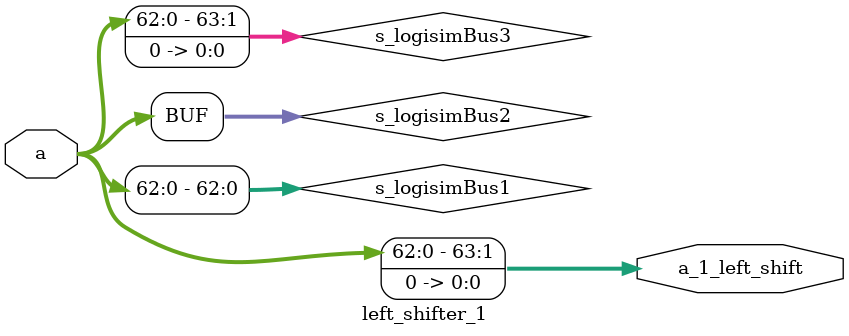
<source format=v>
/******************************************************************************
 ** Logisim-evolution goes FPGA automatic generated Verilog code             **
 ** https://github.com/logisim-evolution/                                    **
 **                                                                          **
 ** Component : left_shifter_1                                               **
 **                                                                          **
 *****************************************************************************/

module left_shifter_1( a,
                       a_1_left_shift );

   /*******************************************************************************
   ** The inputs are defined here                                                **
   *******************************************************************************/
   input [63:0] a;

   /*******************************************************************************
   ** The outputs are defined here                                               **
   *******************************************************************************/
   output [63:0] a_1_left_shift;

   /*******************************************************************************
   ** The wires are defined here                                                 **
   *******************************************************************************/
   wire [62:0] s_logisimBus1;
   wire [63:0] s_logisimBus2;
   wire [63:0] s_logisimBus3;
   wire        s_logisimNet0;

   /*******************************************************************************
   ** The module functionality is described here                                 **
   *******************************************************************************/

   /*******************************************************************************
   ** Here all wiring is defined                                                 **
   *******************************************************************************/
   assign s_logisimBus1[0]  = s_logisimBus2[0];
   assign s_logisimBus1[10] = s_logisimBus2[10];
   assign s_logisimBus1[11] = s_logisimBus2[11];
   assign s_logisimBus1[12] = s_logisimBus2[12];
   assign s_logisimBus1[13] = s_logisimBus2[13];
   assign s_logisimBus1[14] = s_logisimBus2[14];
   assign s_logisimBus1[15] = s_logisimBus2[15];
   assign s_logisimBus1[16] = s_logisimBus2[16];
   assign s_logisimBus1[17] = s_logisimBus2[17];
   assign s_logisimBus1[18] = s_logisimBus2[18];
   assign s_logisimBus1[19] = s_logisimBus2[19];
   assign s_logisimBus1[1]  = s_logisimBus2[1];
   assign s_logisimBus1[20] = s_logisimBus2[20];
   assign s_logisimBus1[21] = s_logisimBus2[21];
   assign s_logisimBus1[22] = s_logisimBus2[22];
   assign s_logisimBus1[23] = s_logisimBus2[23];
   assign s_logisimBus1[24] = s_logisimBus2[24];
   assign s_logisimBus1[25] = s_logisimBus2[25];
   assign s_logisimBus1[26] = s_logisimBus2[26];
   assign s_logisimBus1[27] = s_logisimBus2[27];
   assign s_logisimBus1[28] = s_logisimBus2[28];
   assign s_logisimBus1[29] = s_logisimBus2[29];
   assign s_logisimBus1[2]  = s_logisimBus2[2];
   assign s_logisimBus1[30] = s_logisimBus2[30];
   assign s_logisimBus1[31] = s_logisimBus2[31];
   assign s_logisimBus1[32] = s_logisimBus2[32];
   assign s_logisimBus1[33] = s_logisimBus2[33];
   assign s_logisimBus1[34] = s_logisimBus2[34];
   assign s_logisimBus1[35] = s_logisimBus2[35];
   assign s_logisimBus1[36] = s_logisimBus2[36];
   assign s_logisimBus1[37] = s_logisimBus2[37];
   assign s_logisimBus1[38] = s_logisimBus2[38];
   assign s_logisimBus1[39] = s_logisimBus2[39];
   assign s_logisimBus1[3]  = s_logisimBus2[3];
   assign s_logisimBus1[40] = s_logisimBus2[40];
   assign s_logisimBus1[41] = s_logisimBus2[41];
   assign s_logisimBus1[42] = s_logisimBus2[42];
   assign s_logisimBus1[43] = s_logisimBus2[43];
   assign s_logisimBus1[44] = s_logisimBus2[44];
   assign s_logisimBus1[45] = s_logisimBus2[45];
   assign s_logisimBus1[46] = s_logisimBus2[46];
   assign s_logisimBus1[47] = s_logisimBus2[47];
   assign s_logisimBus1[48] = s_logisimBus2[48];
   assign s_logisimBus1[49] = s_logisimBus2[49];
   assign s_logisimBus1[4]  = s_logisimBus2[4];
   assign s_logisimBus1[50] = s_logisimBus2[50];
   assign s_logisimBus1[51] = s_logisimBus2[51];
   assign s_logisimBus1[52] = s_logisimBus2[52];
   assign s_logisimBus1[53] = s_logisimBus2[53];
   assign s_logisimBus1[54] = s_logisimBus2[54];
   assign s_logisimBus1[55] = s_logisimBus2[55];
   assign s_logisimBus1[56] = s_logisimBus2[56];
   assign s_logisimBus1[57] = s_logisimBus2[57];
   assign s_logisimBus1[58] = s_logisimBus2[58];
   assign s_logisimBus1[59] = s_logisimBus2[59];
   assign s_logisimBus1[5]  = s_logisimBus2[5];
   assign s_logisimBus1[60] = s_logisimBus2[60];
   assign s_logisimBus1[61] = s_logisimBus2[61];
   assign s_logisimBus1[62] = s_logisimBus2[62];
   assign s_logisimBus1[6]  = s_logisimBus2[6];
   assign s_logisimBus1[7]  = s_logisimBus2[7];
   assign s_logisimBus1[8]  = s_logisimBus2[8];
   assign s_logisimBus1[9]  = s_logisimBus2[9];
   assign s_logisimBus3[10] = s_logisimBus1[9];
   assign s_logisimBus3[11] = s_logisimBus1[10];
   assign s_logisimBus3[12] = s_logisimBus1[11];
   assign s_logisimBus3[13] = s_logisimBus1[12];
   assign s_logisimBus3[14] = s_logisimBus1[13];
   assign s_logisimBus3[15] = s_logisimBus1[14];
   assign s_logisimBus3[16] = s_logisimBus1[15];
   assign s_logisimBus3[17] = s_logisimBus1[16];
   assign s_logisimBus3[18] = s_logisimBus1[17];
   assign s_logisimBus3[19] = s_logisimBus1[18];
   assign s_logisimBus3[1]  = s_logisimBus1[0];
   assign s_logisimBus3[20] = s_logisimBus1[19];
   assign s_logisimBus3[21] = s_logisimBus1[20];
   assign s_logisimBus3[22] = s_logisimBus1[21];
   assign s_logisimBus3[23] = s_logisimBus1[22];
   assign s_logisimBus3[24] = s_logisimBus1[23];
   assign s_logisimBus3[25] = s_logisimBus1[24];
   assign s_logisimBus3[26] = s_logisimBus1[25];
   assign s_logisimBus3[27] = s_logisimBus1[26];
   assign s_logisimBus3[28] = s_logisimBus1[27];
   assign s_logisimBus3[29] = s_logisimBus1[28];
   assign s_logisimBus3[2]  = s_logisimBus1[1];
   assign s_logisimBus3[30] = s_logisimBus1[29];
   assign s_logisimBus3[31] = s_logisimBus1[30];
   assign s_logisimBus3[32] = s_logisimBus1[31];
   assign s_logisimBus3[33] = s_logisimBus1[32];
   assign s_logisimBus3[34] = s_logisimBus1[33];
   assign s_logisimBus3[35] = s_logisimBus1[34];
   assign s_logisimBus3[36] = s_logisimBus1[35];
   assign s_logisimBus3[37] = s_logisimBus1[36];
   assign s_logisimBus3[38] = s_logisimBus1[37];
   assign s_logisimBus3[39] = s_logisimBus1[38];
   assign s_logisimBus3[3]  = s_logisimBus1[2];
   assign s_logisimBus3[40] = s_logisimBus1[39];
   assign s_logisimBus3[41] = s_logisimBus1[40];
   assign s_logisimBus3[42] = s_logisimBus1[41];
   assign s_logisimBus3[43] = s_logisimBus1[42];
   assign s_logisimBus3[44] = s_logisimBus1[43];
   assign s_logisimBus3[45] = s_logisimBus1[44];
   assign s_logisimBus3[46] = s_logisimBus1[45];
   assign s_logisimBus3[47] = s_logisimBus1[46];
   assign s_logisimBus3[48] = s_logisimBus1[47];
   assign s_logisimBus3[49] = s_logisimBus1[48];
   assign s_logisimBus3[4]  = s_logisimBus1[3];
   assign s_logisimBus3[50] = s_logisimBus1[49];
   assign s_logisimBus3[51] = s_logisimBus1[50];
   assign s_logisimBus3[52] = s_logisimBus1[51];
   assign s_logisimBus3[53] = s_logisimBus1[52];
   assign s_logisimBus3[54] = s_logisimBus1[53];
   assign s_logisimBus3[55] = s_logisimBus1[54];
   assign s_logisimBus3[56] = s_logisimBus1[55];
   assign s_logisimBus3[57] = s_logisimBus1[56];
   assign s_logisimBus3[58] = s_logisimBus1[57];
   assign s_logisimBus3[59] = s_logisimBus1[58];
   assign s_logisimBus3[5]  = s_logisimBus1[4];
   assign s_logisimBus3[60] = s_logisimBus1[59];
   assign s_logisimBus3[61] = s_logisimBus1[60];
   assign s_logisimBus3[62] = s_logisimBus1[61];
   assign s_logisimBus3[63] = s_logisimBus1[62];
   assign s_logisimBus3[6]  = s_logisimBus1[5];
   assign s_logisimBus3[7]  = s_logisimBus1[6];
   assign s_logisimBus3[8]  = s_logisimBus1[7];
   assign s_logisimBus3[9]  = s_logisimBus1[8];

   /*******************************************************************************
   ** Here all input connections are defined                                     **
   *******************************************************************************/
   assign s_logisimBus2[63:0] = a;

   /*******************************************************************************
   ** Here all output connections are defined                                    **
   *******************************************************************************/
   assign a_1_left_shift = s_logisimBus3[63:0];

   /*******************************************************************************
   ** Here all in-lined components are defined                                   **
   *******************************************************************************/

   // Constant
   assign  s_logisimBus3[0]  =  1'b0;


endmodule

</source>
